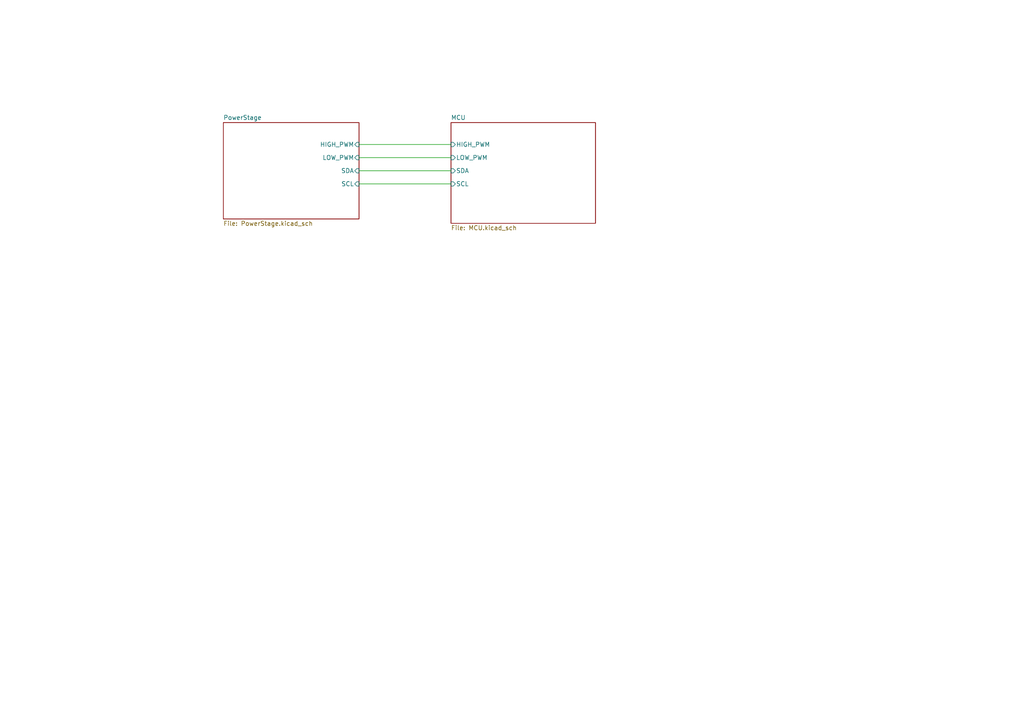
<source format=kicad_sch>
(kicad_sch (version 20211123) (generator eeschema)
  (paper "A4")
  (lib_symbols)
  (wire (pts (xy 130.81 45.72) (xy 104.14 45.72)))
  (wire (pts (xy 130.81 49.53) (xy 104.14 49.53)))
  (wire (pts (xy 130.81 41.91) (xy 104.14 41.91)))
  (wire (pts (xy 130.81 53.34) (xy 104.14 53.34)))
  (sheet (at 64.77 35.56) (size 39.37 27.94)
    (property "Sheet name" "PowerStage" (at 64.77 34.8484 0) (effects (justify left bottom)))
    (property "Sheet file" "PowerStage.kicad_sch" (at 64.77 64.0846 0) (effects (justify left top)))
    (pin "SDA" input (at 104.14 49.53 0))
    (pin "SCL" input (at 104.14 53.34 0))
    (pin "HIGH_PWM" input (at 104.14 41.91 0))
    (pin "LOW_PWM" input (at 104.14 45.72 0))
  )
  (sheet (at 130.81 35.56) (size 41.91 29.21)
    (property "Sheet name" "MCU" (at 130.81 34.8484 0) (effects (justify left bottom)))
    (property "Sheet file" "MCU.kicad_sch" (at 130.81 65.3546 0) (effects (justify left top)))
    (pin "SDA" input (at 130.81 49.53 180))
    (pin "SCL" input (at 130.81 53.34 180))
    (pin "LOW_PWM" input (at 130.81 45.72 180))
    (pin "HIGH_PWM" input (at 130.81 41.91 180))
  )
)
</source>
